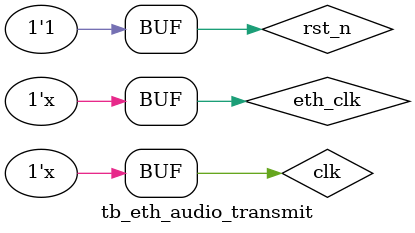
<source format=v>

`timescale  1ns/1ns

module        tb_eth_audio_transmit    ;

parameter       SYS_PERID = 20 ;
parameter       ETH_PERIOD = 40;

reg           clk         ;
reg           eth_clk     ;    
reg           rst_n       ;  

reg           aud_lrc     ;

wire          eth_rxdv    ;
wire   [3:0]  eth_rx_data ;
wire          eth_tx_en   ;
wire   [3:0]  eth_tx_data ;
wire          aud_mclk    ;
wire          aud_bclk    ;
wire          aud_dacdat  ;
wire          aud_adcdat  ;

assign  eth_rxdv = eth_tx_en;
assign  eth_rx_data = eth_tx_data;
assign  aud_bclk = aud_mclk;
assign  aud_adcdat = aud_adcdat;

always #(SYS_PERID/2) clk <= ~clk ;
always #(ETH_PERIOD/2) eth_clk <= ~eth_clk;

initial begin
            clk <= 1'b0 ;
            rst_n <= 1'b0 ;
            eth_clk <= 1'b0;
          #(20*SYS_PERID)
            rst_n <= 1'b1 ;
          end
          
reg  [6:0]  cnt;

always @(posedge aud_bclk or negedge rst_n) begin
    if(rst_n == 1'b0) begin
        aud_lrc <= 1'b0;
        cnt <= 'd0;
    end    
    else begin
        cnt <= cnt + 1'd1;
        if(cnt == 0)
            aud_lrc <= ~aud_lrc;
    end        
end         

eth_audio_transmit u_eth_audio_transmit(
    .sys_clk        (clk),
    .sys_rst_n      (rst_n),    
    .eth_rx_clk     (eth_clk     ),
    .eth_rxdv       (eth_rxdv    ),
    .eth_tx_clk     (eth_clk     ),
    .eth_rx_data    (eth_rx_data ),
    .eth_tx_en      (eth_tx_en   ),
    .eth_tx_data    (eth_tx_data ),
    .eth_rst_n      (),
    .aud_bclk       (aud_bclk),
    .aud_lrc        (aud_lrc),
    .aud_adcdat     (aud_adcdat),
    .aud_mclk       (aud_mclk),
    .aud_dacdat     (aud_dacdat), 
    .aud_scl        (),
    .aud_sda        ()
);

endmodule         
          
</source>
